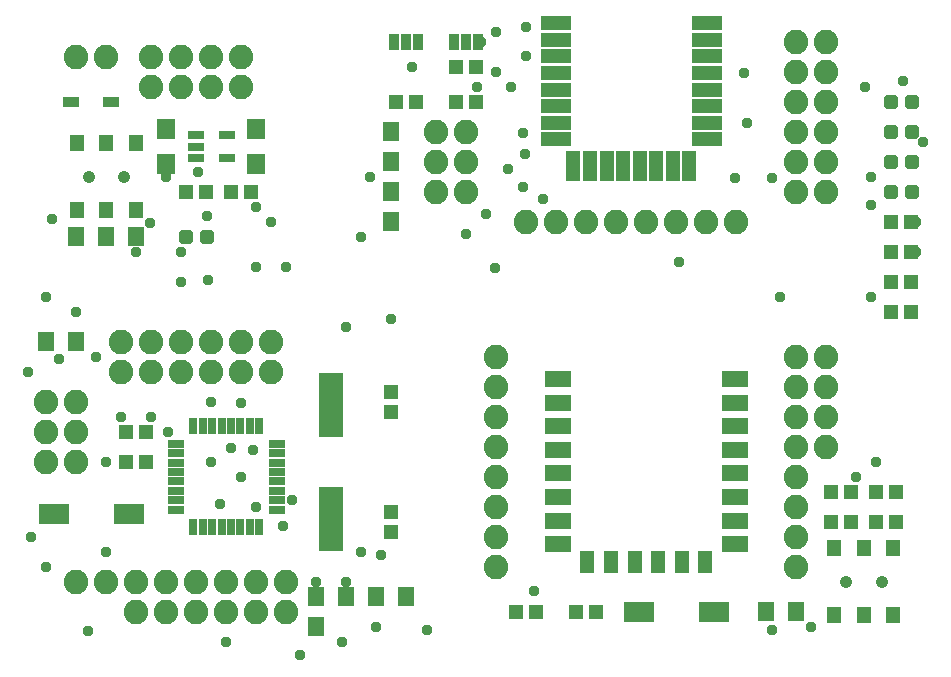
<source format=gbr>
G04 EAGLE Gerber RS-274X export*
G75*
%MOMM*%
%FSLAX34Y34*%
%LPD*%
%INSoldermask Top*%
%IPPOS*%
%AMOC8*
5,1,8,0,0,1.08239X$1,22.5*%
G01*
%ADD10R,1.603200X1.803200*%
%ADD11R,1.303200X1.203200*%
%ADD12R,1.203200X1.303200*%
%ADD13C,0.505344*%
%ADD14R,1.413200X0.933200*%
%ADD15C,2.082800*%
%ADD16R,1.473200X0.838200*%
%ADD17R,0.838200X1.473200*%
%ADD18R,1.203200X1.353200*%
%ADD19C,1.053200*%
%ADD20R,2.503200X1.803200*%
%ADD21R,2.653200X1.203200*%
%ADD22R,1.203200X2.653200*%
%ADD23R,1.403200X0.753200*%
%ADD24R,1.473200X0.762000*%
%ADD25R,0.762000X1.473200*%
%ADD26R,2.203200X1.403200*%
%ADD27R,1.303200X1.903200*%
%ADD28R,2.133600X5.537200*%
%ADD29C,0.959600*%


D10*
X139700Y459500D03*
X139700Y429500D03*
D11*
X194700Y406400D03*
X211700Y406400D03*
D10*
X215900Y459500D03*
X215900Y429500D03*
D12*
X330200Y135500D03*
X330200Y118500D03*
X330200Y220100D03*
X330200Y237100D03*
D11*
X122800Y203200D03*
X105800Y203200D03*
D13*
X756720Y479110D02*
X756720Y486090D01*
X756720Y479110D02*
X749740Y479110D01*
X749740Y486090D01*
X756720Y486090D01*
X756720Y483910D02*
X749740Y483910D01*
X774260Y486090D02*
X774260Y479110D01*
X767280Y479110D01*
X767280Y486090D01*
X774260Y486090D01*
X774260Y483910D02*
X767280Y483910D01*
X756720Y460690D02*
X756720Y453710D01*
X749740Y453710D01*
X749740Y460690D01*
X756720Y460690D01*
X756720Y458510D02*
X749740Y458510D01*
X774260Y460690D02*
X774260Y453710D01*
X767280Y453710D01*
X767280Y460690D01*
X774260Y460690D01*
X774260Y458510D02*
X767280Y458510D01*
X756720Y435290D02*
X756720Y428310D01*
X749740Y428310D01*
X749740Y435290D01*
X756720Y435290D01*
X756720Y433110D02*
X749740Y433110D01*
X774260Y435290D02*
X774260Y428310D01*
X767280Y428310D01*
X767280Y435290D01*
X774260Y435290D01*
X774260Y433110D02*
X767280Y433110D01*
X756720Y409890D02*
X756720Y402910D01*
X749740Y402910D01*
X749740Y409890D01*
X756720Y409890D01*
X756720Y407710D02*
X749740Y407710D01*
X774260Y409890D02*
X774260Y402910D01*
X767280Y402910D01*
X767280Y409890D01*
X774260Y409890D01*
X774260Y407710D02*
X767280Y407710D01*
D14*
X93000Y482600D03*
X59400Y482600D03*
D13*
X170380Y371790D02*
X170380Y364810D01*
X170380Y371790D02*
X177360Y371790D01*
X177360Y364810D01*
X170380Y364810D01*
X170380Y369610D02*
X177360Y369610D01*
X152840Y371790D02*
X152840Y364810D01*
X152840Y371790D02*
X159820Y371790D01*
X159820Y364810D01*
X152840Y364810D01*
X152840Y369610D02*
X159820Y369610D01*
D15*
X622300Y381000D03*
X596900Y381000D03*
X571500Y381000D03*
X546100Y381000D03*
X63500Y76200D03*
X88900Y76200D03*
X114300Y76200D03*
X139700Y76200D03*
X165100Y76200D03*
X190500Y76200D03*
X215900Y76200D03*
X241300Y76200D03*
X101600Y279400D03*
X127000Y279400D03*
X152400Y279400D03*
X177800Y279400D03*
X203200Y279400D03*
X228600Y279400D03*
X101600Y254000D03*
X127000Y254000D03*
X152400Y254000D03*
X177800Y254000D03*
X203200Y254000D03*
X228600Y254000D03*
X673100Y266700D03*
X673100Y241300D03*
X673100Y215900D03*
X673100Y190500D03*
X673100Y165100D03*
X673100Y139700D03*
X673100Y114300D03*
X673100Y88900D03*
X419100Y88900D03*
X419100Y114300D03*
X419100Y139700D03*
X419100Y165100D03*
X419100Y190500D03*
X419100Y215900D03*
X419100Y241300D03*
X419100Y266700D03*
X698500Y190500D03*
X698500Y215900D03*
X698500Y241300D03*
X698500Y266700D03*
X520700Y381000D03*
X495300Y381000D03*
X469900Y381000D03*
X444500Y381000D03*
X63500Y520700D03*
X88900Y520700D03*
X127000Y495300D03*
X127000Y520700D03*
X152400Y495300D03*
X152400Y520700D03*
X177800Y495300D03*
X177800Y520700D03*
X203200Y495300D03*
X203200Y520700D03*
X673100Y457200D03*
X698500Y457200D03*
X673100Y431800D03*
X698500Y431800D03*
X673100Y406400D03*
X698500Y406400D03*
X698500Y482600D03*
X673100Y482600D03*
X698500Y508000D03*
X673100Y508000D03*
X698500Y533400D03*
X673100Y533400D03*
X368300Y457200D03*
X393700Y457200D03*
X368300Y431800D03*
X393700Y431800D03*
X368300Y406400D03*
X393700Y406400D03*
X63500Y177800D03*
X38100Y177800D03*
X63500Y203200D03*
X38100Y203200D03*
X63500Y228600D03*
X38100Y228600D03*
X114300Y50800D03*
X139700Y50800D03*
X165100Y50800D03*
X190500Y50800D03*
X215900Y50800D03*
X241300Y50800D03*
D16*
X330200Y385064D03*
X330200Y376936D03*
X114300Y364236D03*
X114300Y372364D03*
X330200Y461264D03*
X330200Y453136D03*
D17*
X383540Y533400D03*
X393700Y533400D03*
X403860Y533400D03*
D16*
X330200Y427736D03*
X330200Y435864D03*
X292100Y67564D03*
X292100Y59436D03*
X266700Y67564D03*
X266700Y59436D03*
X342900Y67564D03*
X342900Y59436D03*
X63500Y275336D03*
X63500Y283464D03*
X266700Y34036D03*
X266700Y42164D03*
X38100Y275336D03*
X38100Y283464D03*
X317500Y67564D03*
X317500Y59436D03*
X673100Y46736D03*
X673100Y54864D03*
X647700Y54864D03*
X647700Y46736D03*
X330200Y410464D03*
X330200Y402336D03*
D17*
X332740Y533400D03*
X342900Y533400D03*
X353060Y533400D03*
D16*
X88900Y372364D03*
X88900Y364236D03*
X63500Y372364D03*
X63500Y364236D03*
D11*
X770500Y381000D03*
X753500Y381000D03*
X757800Y152400D03*
X740800Y152400D03*
X702700Y127000D03*
X719700Y127000D03*
X740800Y127000D03*
X757800Y127000D03*
X436000Y50800D03*
X453000Y50800D03*
X486800Y50800D03*
X503800Y50800D03*
X156600Y406400D03*
X173600Y406400D03*
X770500Y355600D03*
X753500Y355600D03*
X770500Y330200D03*
X753500Y330200D03*
X770500Y304800D03*
X753500Y304800D03*
X402200Y482600D03*
X385200Y482600D03*
X351400Y482600D03*
X334400Y482600D03*
X385200Y511810D03*
X402200Y511810D03*
X105800Y177800D03*
X122800Y177800D03*
X702700Y152400D03*
X719700Y152400D03*
D18*
X113900Y447350D03*
X88900Y447350D03*
X63900Y447350D03*
X113900Y390850D03*
X88900Y390850D03*
X63900Y390850D03*
D19*
X103900Y419100D03*
X73900Y419100D03*
D20*
X44700Y133350D03*
X107700Y133350D03*
D18*
X755250Y104450D03*
X730250Y104450D03*
X705250Y104450D03*
X755250Y47950D03*
X730250Y47950D03*
X705250Y47950D03*
D19*
X745250Y76200D03*
X715250Y76200D03*
D20*
X540000Y50800D03*
X603000Y50800D03*
D21*
X469400Y548860D03*
X469400Y534860D03*
X469400Y520860D03*
X469400Y506860D03*
X469400Y492860D03*
X469400Y478860D03*
X469400Y464860D03*
X469400Y450860D03*
D22*
X484400Y427910D03*
X498400Y427910D03*
X512400Y427910D03*
X526400Y427910D03*
X540400Y427910D03*
X554400Y427910D03*
X568400Y427910D03*
X582400Y427910D03*
D21*
X597400Y450860D03*
X597400Y464860D03*
X597400Y478860D03*
X597400Y492860D03*
X597400Y506860D03*
X597400Y520860D03*
X597400Y534860D03*
X597400Y548860D03*
D23*
X164799Y454000D03*
X164799Y444500D03*
X164799Y435000D03*
X190801Y435000D03*
X190801Y454000D03*
D24*
X233426Y137100D03*
X233426Y145100D03*
X233426Y153100D03*
X233426Y161100D03*
X233426Y169100D03*
X233426Y177100D03*
X233426Y185100D03*
X233426Y193100D03*
D25*
X218500Y208026D03*
X210500Y208026D03*
X202500Y208026D03*
X194500Y208026D03*
X186500Y208026D03*
X178500Y208026D03*
X170500Y208026D03*
X162500Y208026D03*
D24*
X147574Y193100D03*
X147574Y185100D03*
X147574Y177100D03*
X147574Y169100D03*
X147574Y161100D03*
X147574Y153100D03*
X147574Y145100D03*
X147574Y137100D03*
D25*
X162500Y122174D03*
X170500Y122174D03*
X178500Y122174D03*
X186500Y122174D03*
X194500Y122174D03*
X202500Y122174D03*
X210500Y122174D03*
X218500Y122174D03*
D26*
X471100Y247800D03*
X471100Y227800D03*
X471100Y207800D03*
X471100Y187800D03*
X471100Y167800D03*
X471100Y147800D03*
X471100Y127800D03*
X471100Y107800D03*
X621100Y107800D03*
X621100Y127800D03*
X621100Y147800D03*
X621100Y167800D03*
X621100Y187800D03*
X621100Y207800D03*
X621100Y227800D03*
X621100Y247800D03*
D27*
X496100Y92800D03*
X516100Y92800D03*
X536100Y92800D03*
X556100Y92800D03*
X576100Y92800D03*
X596100Y92800D03*
D28*
X279400Y226060D03*
X279400Y129540D03*
D29*
X628650Y506730D03*
X441960Y455930D03*
X406400Y533400D03*
X441960Y410210D03*
X621030Y417830D03*
X152400Y330200D03*
X173990Y386080D03*
X685800Y38100D03*
X266700Y76200D03*
X410210Y387350D03*
X402590Y495300D03*
X304800Y368300D03*
X659130Y317500D03*
X574040Y346710D03*
X736600Y317500D03*
X736600Y394970D03*
X780318Y448310D03*
X774700Y355600D03*
X774700Y381000D03*
X763270Y500380D03*
X419100Y541558D03*
X312420Y419100D03*
X419100Y508000D03*
X347980Y511810D03*
X731520Y495300D03*
X125730Y379730D03*
X166370Y422910D03*
X360680Y35560D03*
X652780Y35560D03*
X241300Y342900D03*
X228600Y381000D03*
X175260Y331470D03*
X43152Y383540D03*
X114300Y355600D03*
X139700Y419100D03*
X215900Y342900D03*
X215900Y393700D03*
X444500Y520860D03*
X443230Y438150D03*
X431800Y495300D03*
X429260Y425450D03*
X444500Y546100D03*
X63500Y304800D03*
X417830Y341630D03*
X458470Y400050D03*
X652780Y417830D03*
X393700Y370840D03*
X38100Y317500D03*
X152400Y355600D03*
X736600Y419100D03*
X631190Y464820D03*
X317500Y38100D03*
X22860Y254000D03*
X25400Y114300D03*
X288290Y25372D03*
X304800Y101600D03*
X292100Y292100D03*
X185420Y142240D03*
X88900Y101600D03*
X88900Y177800D03*
X101600Y215900D03*
X203200Y165100D03*
X80010Y266700D03*
X48768Y264668D03*
X252730Y13942D03*
X73660Y34290D03*
X38100Y88900D03*
X140970Y203200D03*
X127000Y215900D03*
X292100Y76200D03*
X190500Y25400D03*
X177800Y177800D03*
X215900Y139700D03*
X321310Y99060D03*
X330200Y298450D03*
X238760Y123190D03*
X245884Y145100D03*
X213360Y187960D03*
X194310Y189230D03*
X203200Y227330D03*
X177800Y228600D03*
X450850Y68580D03*
X730250Y104450D03*
X740410Y177800D03*
X723900Y165100D03*
M02*

</source>
